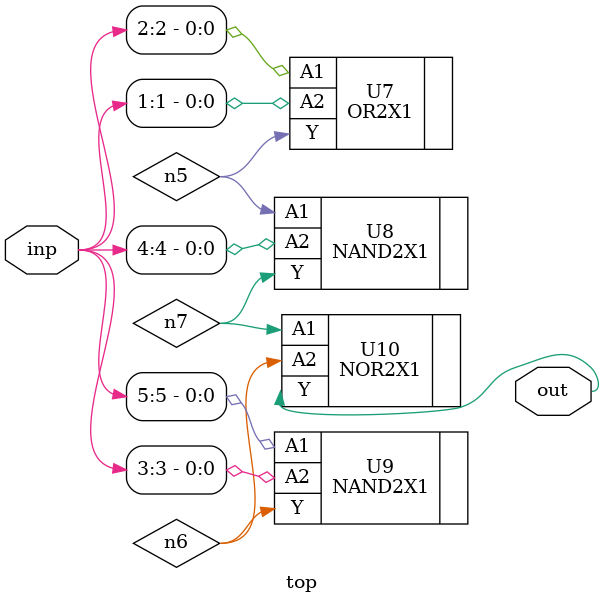
<source format=sv>


module top ( inp, out );
  input [5:0] inp;
  output out;
  wire   n5, n6, n7;

  OR2X1 U7 ( .A1(inp[2]), .A2(inp[1]), .Y(n5) );
  NAND2X1 U8 ( .A1(n5), .A2(inp[4]), .Y(n7) );
  NAND2X1 U9 ( .A1(inp[5]), .A2(inp[3]), .Y(n6) );
  NOR2X1 U10 ( .A1(n7), .A2(n6), .Y(out) );
endmodule


</source>
